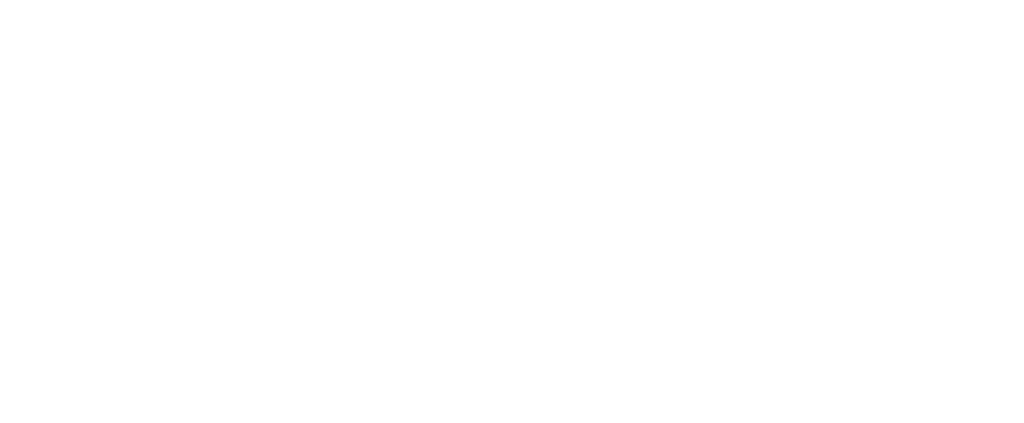
<source format=kicad_pcb>
(kicad_pcb
	(version 20240108)
	(generator "pcbnew")
	(generator_version "8.0")
	(general
		(thickness 1.6063)
		(legacy_teardrops no)
	)
	(paper "A4")
	(layers
		(0 "F.Cu" signal)
		(1 "In1.Cu" signal)
		(2 "In2.Cu" signal)
		(31 "B.Cu" signal)
		(32 "B.Adhes" user "B.Adhesive")
		(33 "F.Adhes" user "F.Adhesive")
		(34 "B.Paste" user)
		(35 "F.Paste" user)
		(36 "B.SilkS" user "B.Silkscreen")
		(37 "F.SilkS" user "F.Silkscreen")
		(38 "B.Mask" user)
		(39 "F.Mask" user)
		(40 "Dwgs.User" user "User.Drawings")
		(41 "Cmts.User" user "User.Comments")
		(42 "Eco1.User" user "User.Eco1")
		(43 "Eco2.User" user "User.Eco2")
		(44 "Edge.Cuts" user)
		(45 "Margin" user)
		(46 "B.CrtYd" user "B.Courtyard")
		(47 "F.CrtYd" user "F.Courtyard")
		(48 "B.Fab" user)
		(49 "F.Fab" user)
		(50 "User.1" user)
		(51 "User.2" user)
		(52 "User.3" user)
		(53 "User.4" user)
		(54 "User.5" user)
		(55 "User.6" user)
		(56 "User.7" user)
		(57 "User.8" user)
		(58 "User.9" user)
	)
	(setup
		(stackup
			(layer "F.SilkS"
				(type "Top Silk Screen")
				(color "White")
			)
			(layer "F.Paste"
				(type "Top Solder Paste")
			)
			(layer "F.Mask"
				(type "Top Solder Mask")
				(color "Green")
				(thickness 0.01)
			)
			(layer "F.Cu"
				(type "copper")
				(thickness 0.035)
			)
			(layer "dielectric 1"
				(type "prepreg")
				(thickness 0.2104)
				(material "Prepreg 7628")
				(epsilon_r 4.4)
				(loss_tangent 0.02)
			)
			(layer "In1.Cu"
				(type "copper")
				(thickness 0.01525)
			)
			(layer "dielectric 2"
				(type "core")
				(thickness 1.065)
				(material "FR4")
				(epsilon_r 3.99)
				(loss_tangent 0.02)
			)
			(layer "In2.Cu"
				(type "copper")
				(thickness 0.01525)
			)
			(layer "dielectric 3"
				(type "prepreg")
				(thickness 0.2104)
				(material "Prepreg 7628")
				(epsilon_r 4.4)
				(loss_tangent 0.02)
			)
			(layer "B.Cu"
				(type "copper")
				(thickness 0.035)
			)
			(layer "B.Mask"
				(type "Bottom Solder Mask")
				(color "Green")
				(thickness 0.01)
			)
			(layer "B.Paste"
				(type "Bottom Solder Paste")
			)
			(layer "B.SilkS"
				(type "Bottom Silk Screen")
				(color "White")
			)
			(copper_finish "Immersion gold")
			(dielectric_constraints yes)
		)
		(pad_to_mask_clearance 0)
		(allow_soldermask_bridges_in_footprints no)
		(pcbplotparams
			(layerselection 0x00010fc_ffffffff)
			(plot_on_all_layers_selection 0x0000000_00000000)
			(disableapertmacros no)
			(usegerberextensions no)
			(usegerberattributes yes)
			(usegerberadvancedattributes yes)
			(creategerberjobfile yes)
			(dashed_line_dash_ratio 12.000000)
			(dashed_line_gap_ratio 3.000000)
			(svgprecision 4)
			(plotframeref no)
			(viasonmask no)
			(mode 1)
			(useauxorigin no)
			(hpglpennumber 1)
			(hpglpenspeed 20)
			(hpglpendiameter 15.000000)
			(pdf_front_fp_property_popups yes)
			(pdf_back_fp_property_popups yes)
			(dxfpolygonmode yes)
			(dxfimperialunits yes)
			(dxfusepcbnewfont yes)
			(psnegative no)
			(psa4output no)
			(plotreference yes)
			(plotvalue yes)
			(plotfptext yes)
			(plotinvisibletext no)
			(sketchpadsonfab no)
			(subtractmaskfromsilk no)
			(outputformat 1)
			(mirror no)
			(drillshape 1)
			(scaleselection 1)
			(outputdirectory "")
		)
	)
	(net 0 "")
	(gr_line
		(start 52.557142 12.1)
		(end 52.557142 63.286)
		(stroke
			(width 0.1)
			(type default)
		)
		(layer "Dwgs.User")
		(uuid "00260cfc-5663-49b2-97d7-333616ac8f9f")
	)
	(gr_line
		(start 69.557139 12.1)
		(end 69.557139 63.286)
		(stroke
			(width 0.1)
			(type default)
		)
		(layer "Dwgs.User")
		(uuid "03690bca-d252-4ed0-997b-e2e90e4665db")
	)
	(gr_line
		(start 12.1 52.468)
		(end 135.928571 52.468)
		(stroke
			(width 0.1)
			(type default)
		)
		(layer "Dwgs.User")
		(uuid "15fc387d-76c1-436f-b8a8-004a9ef0c3cb")
	)
	(gr_line
		(start 27.485714 12.1)
		(end 27.485714 63.286)
		(stroke
			(width 0.1)
			(type default)
		)
		(layer "Dwgs.User")
		(uuid "269038bc-508e-4337-b11f-5e6e0eab2b5f")
	)
	(gr_line
		(start 106.085712 12.1)
		(end 106.085712 63.286)
		(stroke
			(width 0.1)
			(type default)
		)
		(layer "Dwgs.User")
		(uuid "36cc6151-cdf3-453c-8569-c867dd200c6a")
	)
	(gr_line
		(start 12.1 63.286)
		(end 135.928571 63.286)
		(stroke
			(width 0.1)
			(type default)
		)
		(layer "Dwgs.User")
		(uuid "3bf0bc63-7094-4a22-a23c-e092dbfec5e2")
	)
	(gr_line
		(start 118.971427 12.1)
		(end 118.971427 63.286)
		(stroke
			(width 0.1)
			(type default)
		)
		(layer "Dwgs.User")
		(uuid "493820dc-9140-435d-9602-a94d0e9485aa")
	)
	(gr_line
		(start 12.1 45.256)
		(end 135.928571 45.256)
		(stroke
			(width 0.1)
			(type default)
		)
		(layer "Dwgs.User")
		(uuid "5088ad45-7191-4206-8b93-22061729e02e")
	)
	(gr_line
		(start 12.1 27.226)
		(end 135.928571 27.226)
		(stroke
			(width 0.1)
			(type default)
		)
		(layer "Dwgs.User")
		(uuid "542366c6-ee2b-47d1-a495-893d11f1abf9")
	)
	(gr_line
		(start 12.1 41.65)
		(end 135.928571 41.65)
		(stroke
			(width 0.1)
			(type default)
		)
		(layer "Dwgs.User")
		(uuid "5bab743e-cb35-4595-b5ea-b34e0d8888c6")
	)
	(gr_line
		(start 12.1 12.1)
		(end 12.1 63.286)
		(stroke
			(width 0.1)
			(type default)
		)
		(layer "Dwgs.User")
		(uuid "7076664c-c4be-44b8-a144-665a0301c047")
	)
	(gr_line
		(start 12.1 20.014)
		(end 135.928571 20.014)
		(stroke
			(width 0.1)
			(type default)
		)
		(layer "Dwgs.User")
		(uuid "8333607c-f2b4-46ac-b047-223b35237e0c")
	)
	(gr_line
		(start 12.1 48.862)
		(end 135.928571 48.862)
		(stroke
			(width 0.1)
			(type default)
		)
		(layer "Dwgs.User")
		(uuid "85907fb2-b208-4741-8a5a-a8855313b4f3")
	)
	(gr_line
		(start 12.1 34.438)
		(end 135.928571 34.438)
		(stroke
			(width 0.1)
			(type default)
		)
		(layer "Dwgs.User")
		(uuid "9358e590-789c-4159-a722-b44f61b76b06")
	)
	(gr_line
		(start 12.1 38.044)
		(end 135.928571 38.044)
		(stroke
			(width 0.1)
			(type default)
		)
		(layer "Dwgs.User")
		(uuid "9afcb1c7-85f2-43aa-9a60-2734e655622d")
	)
	(gr_line
		(start 12.1 23.62)
		(end 135.928571 23.62)
		(stroke
			(width 0.1)
			(type default)
		)
		(layer "Dwgs.User")
		(uuid "a62e6e09-3a6d-49a0-8fd5-c17b976c0591")
	)
	(gr_line
		(start 12.1 16.408)
		(end 135.928571 16.408)
		(stroke
			(width 0.1)
			(type default)
		)
		(layer "Dwgs.User")
		(uuid "a93db14c-c2ae-4901-a6eb-63058d7850e6")
	)
	(gr_line
		(start 12.1 59.68)
		(end 135.928571 59.68)
		(stroke
			(width 0.1)
			(type default)
		)
		(layer "Dwgs.User")
		(uuid "b027786d-d843-45c8-9cbe-f19f93215df9")
	)
	(gr_line
		(start 12.1 30.832)
		(end 135.928571 30.832)
		(stroke
			(width 0.1)
			(type default)
		)
		(layer "Dwgs.User")
		(uuid "bd50c0d0-af4f-4ed0-aa08-c1340cf15b2a")
	)
	(gr_line
		(start 135.928571 12.1)
		(end 135.928571 63.286)
		(stroke
			(width 0.1)
			(type default)
		)
		(layer "Dwgs.User")
		(uuid "c0646e07-64ce-452f-afc3-f0c348d08190")
	)
	(gr_line
		(start 12.1 12.1)
		(end 135.928571 12.1)
		(stroke
			(width 0.1)
			(type default)
		)
		(layer "Dwgs.User")
		(uuid "d17f79b0-8806-4e70-af32-61757325937d")
	)
	(gr_line
		(start 89.585711 12.1)
		(end 89.585711 63.286)
		(stroke
			(width 0.1)
			(type default)
		)
		(layer "Dwgs.User")
		(uuid "e5bce656-7bf2-4ef3-acb7-026a7ceab44f")
	)
	(gr_line
		(start 12.1 56.074)
		(end 135.928571 56.074)
		(stroke
			(width 0.1)
			(type default)
		)
		(layer "Dwgs.User")
		(uuid "f6ebffcf-650d-43b7-8b96-7ea5771e8d07")
	)
	(gr_text "Bottom Solder Mask"
		(at 28.235714 53.218 0)
		(layer "Dwgs.User")
		(uuid "051c5b5b-7063-4014-b986-6118332b897e")
		(effects
			(font
				(size 1.5 1.5)
				(thickness 0.1)
			)
			(justify left top)
		)
	)
	(gr_text "Dielectric"
		(at 12.85 31.582 0)
		(layer "Dwgs.User")
		(uuid "05542f6e-693a-427f-b979-199cb0263e51")
		(effects
			(font
				(size 1.5 1.5)
				(thickness 0.1)
			)
			(justify left top)
		)
	)
	(gr_text "copper"
		(at 28.235714 49.612 0)
		(layer "Dwgs.User")
		(uuid "070a213c-dc30-4b3b-afca-1900e37ff9c1")
		(effects
			(font
				(size 1.5 1.5)
				(thickness 0.1)
			)
			(justify left top)
		)
	)
	(gr_text "0"
		(at 119.721427 56.824 0)
		(layer "Dwgs.User")
		(uuid "0afa8080-61c5-436f-8e85-bc927ada1a47")
		(effects
			(font
				(size 1.5 1.5)
				(thickness 0.1)
			)
			(justify left top)
		)
	)
	(gr_text "Bottom Silk Screen"
		(at 28.235714 60.43 0)
		(layer "Dwgs.User")
		(uuid "0ba3fc66-61ac-4827-a520-5a243a8378c0")
		(effects
			(font
				(size 1.5 1.5)
				(thickness 0.1)
			)
			(justify left top)
		)
	)
	(gr_text ""
		(at 53.307142 27.976 0)
		(layer "Dwgs.User")
		(uuid "0bdd0df1-1e72-493d-beff-7bf902055060")
		(effects
			(font
				(size 1.5 1.5)
				(thickness 0.1)
			)
			(justify left top)
		)
	)
	(gr_text "Top Solder Paste"
		(at 28.235714 20.764 0)
		(layer "Dwgs.User")
		(uuid "0c882979-f07a-49dc-b10b-e02085f5d0c1")
		(effects
			(font
				(size 1.5 1.5)
				(thickness 0.1)
			)
			(justify left top)
		)
	)
	(gr_text "Dielectric"
		(at 12.85 46.006 0)
		(layer "Dwgs.User")
		(uuid "11eb37b9-24ef-4aa9-93f6-d9181f8f56f5")
		(effects
			(font
				(size 1.5 1.5)
				(thickness 0.1)
			)
			(justify left top)
		)
	)
	(gr_text "Layer Name"
		(at 12.85 12.85 0)
		(layer "Dwgs.User")
		(uuid "13628b43-8afb-4704-a9cd-2dde4e1d6214")
		(effects
			(font
				(size 1.5 1.5)
				(thickness 0.3)
			)
			(justify left top)
		)
	)
	(gr_text ""
		(at 90.335711 42.4 0)
		(layer "Dwgs.User")
		(uuid "1597f848-178f-411c-b949-b0a16231d1a5")
		(effects
			(font
				(size 1.5 1.5)
				(thickness 0.1)
			)
			(justify left top)
		)
	)
	(gr_text "F.Mask"
		(at 12.85 24.37 0)
		(layer "Dwgs.User")
		(uuid "18844085-1c25-49fa-9885-ed09584986f4")
		(effects
			(font
				(size 1.5 1.5)
				(thickness 0.1)
			)
			(justify left top)
		)
	)
	(gr_text "4.4"
		(at 106.835712 31.582 0)
		(layer "Dwgs.User")
		(uuid "1c40b353-d24d-4693-8d84-b3bfd632ea11")
		(effects
			(font
				(size 1.5 1.5)
				(thickness 0.1)
			)
			(justify left top)
		)
	)
	(gr_text ""
		(at 90.335711 20.764 0)
		(layer "Dwgs.User")
		(uuid "2611cfdb-0f69-444b-83bf-8f7192088883")
		(effects
			(font
				(size 1.5 1.5)
				(thickness 0.1)
			)
			(justify left top)
		)
	)
	(gr_text "Not specified"
		(at 53.307142 17.158 0)
		(layer "Dwgs.User")
		(uuid "27726b57-807f-4978-8766-43a247ae2ae0")
		(effects
			(font
				(size 1.5 1.5)
				(thickness 0.1)
			)
			(justify left top)
		)
	)
	(gr_text "Green"
		(at 90.335711 24.37 0)
		(layer "Dwgs.User")
		(uuid "2924da82-ec9c-4555-81e0-1d37c8aff757")
		(effects
			(font
				(size 1.5 1.5)
				(thickness 0.1)
			)
			(justify left top)
		)
	)
	(gr_text "Top Solder Mask"
		(at 28.235714 24.37 0)
		(layer "Dwgs.User")
		(uuid "29f03388-1db8-47a6-b6af-9f00657032e9")
		(effects
			(font
				(size 1.5 1.5)
				(thickness 0.1)
			)
			(justify left top)
		)
	)
	(gr_text "1"
		(at 106.835712 27.976 0)
		(layer "Dwgs.User")
		(uuid "2f91af67-d3a3-4cd3-9207-629efa927205")
		(effects
			(font
				(size 1.5 1.5)
				(thickness 0.1)
			)
			(justify left top)
		)
	)
	(gr_text "0"
		(at 119.721427 24.37 0)
		(layer "Dwgs.User")
		(uuid "2fc1b9d2-9435-4bc8-8224-ea410b1a72a8")
		(effects
			(font
				(size 1.5 1.5)
				(thickness 0.1)
			)
			(justify left top)
		)
	)
	(gr_text "0 mm"
		(at 70.307139 60.43 0)
		(layer "Dwgs.User")
		(uuid "30a15e80-6334-4069-88c4-7fb372f217cb")
		(effects
			(font
				(size 1.5 1.5)
				(thickness 0.1)
			)
			(justify left top)
		)
	)
	(gr_text "Material"
		(at 53.307142 12.85 0)
		(layer "Dwgs.User")
		(uuid "375a9105-9647-46da-beec-6a900d32791a")
		(effects
			(font
				(size 1.5 1.5)
				(thickness 0.3)
			)
			(justify left top)
		)
	)
	(gr_text "0.035 mm"
		(at 70.307139 49.612 0)
		(layer "Dwgs.User")
		(uuid "381f4603-7350-4f44-a661-ec8cf2da9be3")
		(effects
			(font
				(size 1.5 1.5)
				(thickness 0.1)
			)
			(justify left top)
		)
	)
	(gr_text "0"
		(at 119.721427 35.188 0)
		(layer "Dwgs.User")
		(uuid "3d204466-41fa-4f22-ac57-6a2ca1d34c6e")
		(effects
			(font
				(size 1.5 1.5)
				(thickness 0.1)
			)
			(justify left top)
		)
	)
	(gr_text ""
		(at 90.335711 49.612 0)
		(layer "Dwgs.User")
		(uuid "3d57557b-12d4-4fcc-9da5-70ad2e691849")
		(effects
			(font
				(size 1.5 1.5)
				(thickness 0.1)
			)
			(justify left top)
		)
	)
	(gr_text "Not specified"
		(at 53.307142 53.218 0)
		(layer "Dwgs.User")
		(uuid "3e76b351-36a8-4923-9b32-a050653c3618")
		(effects
			(font
				(size 1.5 1.5)
				(thickness 0.1)
			)
			(justify left top)
		)
	)
	(gr_text "White"
		(at 90.335711 17.158 0)
		(layer "Dwgs.User")
		(uuid "40cc03e7-f28f-43d7-9874-41f753adf9d4")
		(effects
			(font
				(size 1.5 1.5)
				(thickness 0.1)
			)
			(justify left top)
		)
	)
	(gr_text "F.Cu"
		(at 12.85 27.976 0)
		(layer "Dwgs.User")
		(uuid "427472b9-cd93-4092-b9c3-b9f67cd8f19f")
		(effects
			(font
				(size 1.5 1.5)
				(thickness 0.1)
			)
			(justify left top)
		)
	)
	(gr_text "0.2104 mm"
		(at 70.307139 46.006 0)
		(layer "Dwgs.User")
		(uuid "42c2de12-2dc0-4be3-8aec-dd8ab86e3e10")
		(effects
			(font
				(size 1.5 1.5)
				(thickness 0.1)
			)
			(justify left top)
		)
	)
	(gr_text "core"
		(at 28.235714 38.794 0)
		(layer "Dwgs.User")
		(uuid "4571e560-4a8c-418a-8011-a5c7d4736330")
		(effects
			(font
				(size 1.5 1.5)
				(thickness 0.1)
			)
			(justify left top)
		)
	)
	(gr_text "0.2104 mm"
		(at 70.307139 31.582 0)
		(layer "Dwgs.User")
		(uuid "49d253d2-1dac-4cf5-9deb-96182779c8df")
		(effects
			(font
				(size 1.5 1.5)
				(thickness 0.1)
			)
			(justify left top)
		)
	)
	(gr_text "White"
		(at 90.335711 60.43 0)
		(layer "Dwgs.User")
		(uuid "4cb818ce-277a-4cdc-a109-4e1ad4c2cf49")
		(effects
			(font
				(size 1.5 1.5)
				(thickness 0.1)
			)
			(justify left top)
		)
	)
	(gr_text "Not specified"
		(at 90.335711 38.794 0)
		(layer "Dwgs.User")
		(uuid "4e86b051-e22b-48b9-b24f-33070f9bbbf0")
		(effects
			(font
				(size 1.5 1.5)
				(thickness 0.1)
			)
			(justify left top)
		)
	)
	(gr_text "3.3"
		(at 106.835712 24.37 0)
		(layer "Dwgs.User")
		(uuid "5006ebfe-5007-43c3-8971-7ec8af878054")
		(effects
			(font
				(size 1.5 1.5)
				(thickness 0.1)
			)
			(justify left top)
		)
	)
	(gr_text "0"
		(at 119.721427 42.4 0)
		(layer "Dwgs.User")
		(uuid "51c9b9f1-6213-41a2-a9d1-713040c1c7f8")
		(effects
			(font
				(size 1.5 1.5)
				(thickness 0.1)
			)
			(justify left top)
		)
	)
	(gr_text "0"
		(at 119.721427 60.43 0)
		(layer "Dwgs.User")
		(uuid "52f6f27d-8c5c-4ded-9d19-8ec14583828a")
		(effects
			(font
				(size 1.5 1.5)
				(thickness 0.1)
			)
			(justify left top)
		)
	)
	(gr_text "prepreg"
		(at 28.235714 31.582 0)
		(layer "Dwgs.User")
		(uuid "54575249-f49f-4ee3-85a4-cd85ff2d5dd0")
		(effects
			(font
				(size 1.5 1.5)
				(thickness 0.1)
			)
			(justify left top)
		)
	)
	(gr_text ""
		(at 53.307142 49.612 0)
		(layer "Dwgs.User")
		(uuid "563ed97c-9c0b-4cde-a62c-210777471735")
		(effects
			(font
				(size 1.5 1.5)
				(thickness 0.1)
			)
			(justify left top)
		)
	)
	(gr_text "4.4"
		(at 106.835712 46.006 0)
		(layer "Dwgs.User")
		(uuid "565ff6c6-d113-4b8b-b9f2-a8f34642c6d6")
		(effects
			(font
				(size 1.5 1.5)
				(thickness 0.1)
			)
			(justify left top)
		)
	)
	(gr_text "1"
		(at 106.835712 20.764 0)
		(layer "Dwgs.User")
		(uuid "629e3524-b67f-4c95-89f5-6140fd6bf324")
		(effects
			(font
				(size 1.5 1.5)
				(thickness 0.1)
			)
			(justify left top)
		)
	)
	(gr_text "1"
		(at 106.835712 35.188 0)
		(layer "Dwgs.User")
		(uuid "64cfb0c1-44db-4e8c-a6a8-6e5d345f388e")
		(effects
			(font
				(size 1.5 1.5)
				(thickness 0.1)
			)
			(justify left top)
		)
	)
	(gr_text "Not specified"
		(at 53.307142 60.43 0)
		(layer "Dwgs.User")
		(uuid "66d83fc7-1f87-423e-a12d-52f362b3120e")
		(effects
			(font
				(size 1.5 1.5)
				(thickness 0.1)
			)
			(justify left top)
		)
	)
	(gr_text ""
		(at 90.335711 35.188 0)
		(layer "Dwgs.User")
		(uuid "674a44c2-74ee-4bcf-8271-4072fa10e748")
		(effects
			(font
				(size 1.5 1.5)
				(thickness 0.1)
			)
			(justify left top)
		)
	)
	(gr_text "0.02"
		(at 119.721427 38.794 0)
		(layer "Dwgs.User")
		(uuid "6dc20a07-f4ed-4be4-94c9-efccd28f7248")
		(effects
			(font
				(size 1.5 1.5)
				(thickness 0.1)
			)
			(justify left top)
		)
	)
	(gr_text "Dielectric"
		(at 12.85 38.794 0)
		(layer "Dwgs.User")
		(uuid "703b0880-62f7-4e6e-9d3d-20fbefd910d7")
		(effects
			(font
				(size 1.5 1.5)
				(thickness 0.1)
			)
			(justify left top)
		)
	)
	(gr_text "0"
		(at 119.721427 17.158 0)
		(layer "Dwgs.User")
		(uuid "745fe256-c5c0-41eb-aca4-e1c95814c9c0")
		(effects
			(font
				(size 1.5 1.5)
				(thickness 0.1)
			)
			(justify left top)
		)
	)
	(gr_text "1"
		(at 106.835712 56.824 0)
		(layer "Dwgs.User")
		(uuid "760ce5e1-69cf-4025-8454-efdae5795929")
		(effects
			(font
				(size 1.5 1.5)
				(thickness 0.1)
			)
			(justify left top)
		)
	)
	(gr_text "prepreg"
		(at 28.235714 46.006 0)
		(layer "Dwgs.User")
		(uuid "7bbd1efb-afb2-42bc-9201-e2c2404dc7c7")
		(effects
			(font
				(size 1.5 1.5)
				(thickness 0.1)
			)
			(justify left top)
		)
	)
	(gr_text "Not specified"
		(at 90.335711 31.582 0)
		(layer "Dwgs.User")
		(uuid "7c6c4280-a823-41bb-9862-df69bfb5db57")
		(effects
			(font
				(size 1.5 1.5)
				(thickness 0.1)
			)
			(justify left top)
		)
	)
	(gr_text "B.Mask"
		(at 12.85 53.218 0)
		(layer "Dwgs.User")
		(uuid "7d0f239d-b6b5-4924-ba09-5408fd46e710")
		(effects
			(font
				(size 1.5 1.5)
				(thickness 0.1)
			)
			(justify left top)
		)
	)
	(gr_text "F.Silkscreen"
		(at 12.85 17.158 0)
		(layer "Dwgs.User")
		(uuid "7d496b77-db36-4d5f-8a57-6c9f4099c6f1")
		(effects
			(font
				(size 1.5 1.5)
				(thickness 0.1)
			)
			(justify left top)
		)
	)
	(gr_text "3.3"
		(at 106.835712 53.218 0)
		(layer "Dwgs.User")
		(uuid "7f3e511d-9829-4184-862f-7ea8eeb613bc")
		(effects
			(font
				(size 1.5 1.5)
				(thickness 0.1)
			)
			(justify left top)
		)
	)
	(gr_text "0 mm"
		(at 70.307139 17.158 0)
		(layer "Dwgs.User")
		(uuid "831642a9-3ef5-4dc1-9b1e-bb41b6ed0e3e")
		(effects
			(font
				(size 1.5 1.5)
				(thickness 0.1)
			)
			(justify left top)
		)
	)
	(gr_text "0.02"
		(at 119.721427 46.006 0)
		(layer "Dwgs.User")
		(uuid "8317812d-7ce1-4cb6-b976-86c9c160208c")
		(effects
			(font
				(size 1.5 1.5)
				(thickness 0.1)
			)
			(justify left top)
		)
	)
	(gr_text "1"
		(at 106.835712 42.4 0)
		(layer "Dwgs.User")
		(uuid "87f50728-15f5-40ee-8afc-eca049e6af96")
		(effects
			(font
				(size 1.5 1.5)
				(thickness 0.1)
			)
			(justify left top)
		)
	)
	(gr_text ""
		(at 53.307142 35.188 0)
		(layer "Dwgs.User")
		(uuid "94166e4e-84af-4ed1-aab8-7f2e45f1effc")
		(effects
			(font
				(size 1.5 1.5)
				(thickness 0.1)
			)
			(justify left top)
		)
	)
	(gr_text "0.01525 mm"
		(at 70.307139 42.4 0)
		(layer "Dwgs.User")
		(uuid "9469cc23-3cb0-4b7c-9e30-d4b9231f678e")
		(effects
			(font
				(size 1.5 1.5)
				(thickness 0.1)
			)
			(justify left top)
		)
	)
	(gr_text "1.065 mm"
		(at 70.307139 38.794 0)
		(layer "Dwgs.User")
		(uuid "9d29ffe9-d5cc-49ad-aee1-08dc28d50e8e")
		(effects
			(font
				(size 1.5 1.5)
				(thickness 0.1)
			)
			(justify left top)
		)
	)
	(gr_text "B.Cu"
		(at 12.85 49.612 0)
		(layer "Dwgs.User")
		(uuid "a393a0f7-1916-4a0b-86b7-1ee67b3d23d2")
		(effects
			(font
				(size 1.5 1.5)
				(thickness 0.1)
			)
			(justify left top)
		)
	)
	(gr_text "B.Silkscreen"
		(at 12.85 60.43 0)
		(layer "Dwgs.User")
		(uuid "a541fcf7-c3c3-419c-a712-13267cf673d7")
		(effects
			(font
				(size 1.5 1.5)
				(thickness 0.1)
			)
			(justify left top)
		)
	)
	(gr_text "Green"
		(at 90.335711 53.218 0)
		(layer "Dwgs.User")
		(uuid "a676406c-97eb-4463-819e-ce5a80c55270")
		(effects
			(font
				(size 1.5 1.5)
				(thickness 0.1)
			)
			(justify left top)
		)
	)
	(gr_text "0"
		(at 119.721427 20.764 0)
		(layer "Dwgs.User")
		(uuid "a73d9c8f-1a71-45be-a9ef-bd8c545d1a7d")
		(effects
			(font
				(size 1.5 1.5)
				(thickness 0.1)
			)
			(justify left top)
		)
	)
	(gr_text "Loss Tangent"
		(at 119.721427 12.85 0)
		(layer "Dwgs.User")
		(uuid "aca1547b-08c0-4d89-bbf9-ec53e715ec33")
		(effects
			(font
				(size 1.5 1.5)
				(thickness 0.3)
			)
			(justify left top)
		)
	)
	(gr_text ""
		(at 90.335711 56.824 0)
		(layer "Dwgs.User")
		(uuid "ad3a9e65-03d3-49ac-8f70-162a98ffd30d")
		(effects
			(font
				(size 1.5 1.5)
				(thickness 0.1)
			)
			(justify left top)
		)
	)
	(gr_text "B.Paste"
		(at 12.85 56.824 0)
		(layer "Dwgs.User")
		(uuid "ae94ab3b-c644-41ad-a6a4-1b64d9677f95")
		(effects
			(font
				(size 1.5 1.5)
				(thickness 0.1)
			)
			(justify left top)
		)
	)
	(gr_text "0.035 mm"
		(at 70.307139 27.976 0)
		(layer "Dwgs.User")
		(uuid "b0058e5b-1c51-4048-b0f5-ddbc8d13fa30")
		(effects
			(font
				(size 1.5 1.5)
				(thickness 0.1)
			)
			(justify left top)
		)
	)
	(gr_text "Bottom Solder Paste"
		(at 28.235714 56.824 0)
		(layer "Dwgs.User")
		(uuid "b0d5f2e4-342e-4cea-a230-8bdd2a752ed6")
		(effects
			(font
				(size 1.5 1.5)
				(thickness 0.1)
			)
			(justify left top)
		)
	)
	(gr_text "0"
		(at 119.721427 27.976 0)
		(layer "Dwgs.User")
		(uuid "b295bd59-b472-4061-b7f0-24d7c3e9cba5")
		(effects
			(font
				(size 1.5 1.5)
				(thickness 0.1)
			)
			(justify left top)
		)
	)
	(gr_text "0.02"
		(at 119.721427 31.582 0)
		(layer "Dwgs.User")
		(uuid "b44b4765-ef5b-401a-b409-dfe5321a38d5")
		(effects
			(font
				(size 1.5 1.5)
				(thickness 0.1)
			)
			(justify left top)
		)
	)
	(gr_text "0 mm"
		(at 70.307139 56.824 0)
		(layer "Dwgs.User")
		(uuid "b4f49a71-ee79-41e4-a1d0-bb90c8f96f7b")
		(effects
			(font
				(size 1.5 1.5)
				(thickness 0.1)
			)
			(justify left top)
		)
	)
	(gr_text "1"
		(at 106.835712 17.158 0)
		(layer "Dwgs.User")
		(uuid "b5c6063c-1948-4cff-802c-96fa7822d7f7")
		(effects
			(font
				(size 1.5 1.5)
				(thickness 0.1)
			)
			(justify left top)
		)
	)
	(gr_text "1"
		(at 106.835712 49.612 0)
		(layer "Dwgs.User")
		(uuid "b7bb2fd1-5f24-4566-a534-da34a0581795")
		(effects
			(font
				(size 1.5 1.5)
				(thickness 0.1)
			)
			(justify left top)
		)
	)
	(gr_text "0.01525 mm"
		(at 70.307139 35.188 0)
		(layer "Dwgs.User")
		(uuid "b8d5cf0d-3df3-476c-a4ad-486f39bc969b")
		(effects
			(font
				(size 1.5 1.5)
				(thickness 0.1)
			)
			(justify left top)
		)
	)
	(gr_text "Prepreg 7628"
		(at 53.307142 46.006 0)
		(layer "Dwgs.User")
		(uuid "c1e54d4c-b8a7-4b71-829f-28f68f144f3b")
		(effects
			(font
				(size 1.5 1.5)
				(thickness 0.1)
			)
			(justify left top)
		)
	)
	(gr_text "1"
		(at 106.835712 60.43 0)
		(layer "Dwgs.User")
		(uuid "c245d2e0-00a4-4251-acaa-9705ab80b37c")
		(effects
			(font
				(size 1.5 1.5)
				(thickness 0.1)
			)
			(justify left top)
		)
	)
	(gr_text "FR4"
		(at 53.307142 38.794 0)
		(layer "Dwgs.User")
		(uuid "c45a5014-8a06-49c4-b1e6-b06527dfa2d2")
		(effects
			(font
				(size 1.5 1.5)
				(thickness 0.1)
			)
			(justify left top)
		)
	)
	(gr_text "0.01 mm"
		(at 70.307139 24.37 0)
		(layer "Dwgs.User")
		(uuid "c668c4ea-7e39-446c-80c2-1f4aef22d955")
		(effects
			(font
				(size 1.5 1.5)
				(thickness 0.1)
			)
			(justify left top)
		)
	)
	(gr_text "In1.Cu"
		(at 12.85 35.188 0)
		(layer "Dwgs.User")
		(uuid "cd507ead-5910-4bdf-aeb6-3c7f097efa58")
		(effects
			(font
				(size 1.5 1.5)
				(thickness 0.1)
			)
			(justify left top)
		)
	)
	(gr_text "copper"
		(at 28.235714 35.188 0)
		(layer "Dwgs.User")
		(uuid "d061d1c5-da71-4ae6-9128-605301d5e07e")
		(effects
			(font
				(size 1.5 1.5)
				(thickness 0.1)
			)
			(justify left top)
		)
	)
	(gr_text "Prepreg 7628"
		(at 53.307142 31.582 0)
		(layer "Dwgs.User")
		(uuid "d65324ea-f858-4597-a248-6a96e66690e6")
		(effects
			(font
				(size 1.5 1.5)
				(thickness 0.1)
			)
			(justify left top)
		)
	)
	(gr_text "0"
		(at 119.721427 53.218 0)
		(layer "Dwgs.User")
		(uuid "db4e0400-951a-4412-9a41-432b0e71cf3b")
		(effects
			(font
				(size 1.5 1.5)
				(thickness 0.1)
			)
			(justify left top)
		)
	)
	(gr_text "Color"
		(at 90.335711 12.85 0)
		(layer "Dwgs.User")
		(uuid "dd972683-4cef-45d9-a2b3-092b9551c717")
		(effects
			(font
				(size 1.5 1.5)
				(thickness 0.3)
			)
			(justify left top)
		)
	)
	(gr_text "Top Silk Screen"
		(at 28.235714 17.158 0)
		(layer "Dwgs.User")
		(uuid "defdee61-c0cc-4bbb-99eb-4fa56c3b112a")
		(effects
			(font
				(size 1.5 1.5)
				(thickness 0.1)
			)
			(justify left top)
		)
	)
	(gr_text ""
		(at 53.307142 20.764 0)
		(layer "Dwgs.User")
		(uuid "e2cc724a-c15a-48e1-afca-7535a7d7bcd7")
		(effects
			(font
				(size 1.5 1.5)
				(thickness 0.1)
			)
			(justify left top)
		)
	)
	(gr_text "Type"
		(at 28.235714 12.85 0)
		(layer "Dwgs.User")
		(uuid "e518b8c3-8749-4d62-980d-7926757fcf4c")
		(effects
			(font
				(size 1.5 1.5)
				(thickness 0.3)
			)
			(justify left top)
		)
	)
	(gr_text "copper"
		(at 28.235714 42.4 0)
		(layer "Dwgs.User")
		(uuid "e526d324-6ea0-432f-a6de-2b873089c1bc")
		(effects
			(font
				(size 1.5 1.5)
				(thickness 0.1)
			)
			(justify left top)
		)
	)
	(gr_text "Thickness (mm)"
		(at 70.307139 12.85 0)
		(layer "Dwgs.User")
		(uuid "e5efd23b-386e-4ba5-b4b8-d5eab908cdd8")
		(effects
			(font
				(size 1.5 1.5)
				(thickness 0.3)
			)
			(justify left top)
		)
	)
	(gr_text "0 mm"
		(at 70.307139 20.764 0)
		(layer "Dwgs.User")
		(uuid "e6a49879-c681-49e7-b3ac-a980bd09a221")
		(effects
			(font
				(size 1.5 1.5)
				(thickness 0.1)
			)
			(justify left top)
		)
	)
	(gr_text "3.99"
		(at 106.835712 38.794 0)
		(layer "Dwgs.User")
		(uuid "e7db460b-83d9-46f6-b884-f0b1b1998b11")
		(effects
			(font
				(size 1.5 1.5)
				(thickness 0.1)
			)
			(justify left top)
		)
	)
	(gr_text "In2.Cu"
		(at 12.85 42.4 0)
		(layer "Dwgs.User")
		(uuid "e81ca783-c1ed-4b0f-8d4f-c8e49f55dc0b")
		(effects
			(font
				(size 1.5 1.5)
				(thickness 0.1)
			)
			(justify left top)
		)
	)
	(gr_text "copper"
		(at 28.235714 27.976 0)
		(layer "Dwgs.User")
		(uuid "ed231060-4719-486f-9b31-36aa207706a7")
		(effects
			(font
				(size 1.5 1.5)
				(thickness 0.1)
			)
			(justify left top)
		)
	)
	(gr_text "Epsilon R"
		(at 106.835712 12.85 0)
		(layer "Dwgs.User")
		(uuid "efaa6f46-aa1f-4b6b-8370-4a9d9354cc9a")
		(effects
			(font
				(size 1.5 1.5)
				(thickness 0.3)
			)
			(justify left top)
		)
	)
	(gr_text "0.01 mm"
		(at 70.307139 53.218 0)
		(layer "Dwgs.User")
		(uuid "f1042423-242c-4ed5-bf60-64fd6043c077")
		(effects
			(font
				(size 1.5 1.5)
				(thickness 0.1)
			)
			(justify left top)
		)
	)
	(gr_text ""
		(at 90.335711 27.976 0)
		(layer "Dwgs.User")
		(uuid "f1819876-7c9d-4f3a-8ffd-cad777fb54f3")
		(effects
			(font
				(size 1.5 1.5)
				(thickness 0.1)
			)
			(justify left top)
		)
	)
	(gr_text "Not specified"
		(at 53.307142 24.37 0)
		(layer "Dwgs.User")
		(uuid "f1fd131b-8feb-4e94-91e8-28190a08c25e")
		(effects
			(font
				(size 1.5 1.5)
				(thickness 0.1)
			)
			(justify left top)
		)
	)
	(gr_text "Not specified"
		(at 90.335711 46.006 0)
		(layer "Dwgs.User")
		(uuid "f2aead4d-676b-4ef6-a22d-805ab91027f5")
		(effects
			(font
				(size 1.5 1.5)
				(thickness 0.1)
			)
			(justify left top)
		)
	)
	(gr_text "F.Paste"
		(at 12.85 20.764 0)
		(layer "Dwgs.User")
		(uuid "f7e9ca33-5a74-4642-ac37-cfb83799a5b7")
		(effects
			(font
				(size 1.5 1.5)
				(thickness 0.1)
			)
			(justify left top)
		)
	)
	(gr_text ""
		(at 53.307142 56.824 0)
		(layer "Dwgs.User")
		(uuid "fb0c3bd6-4283-473f-bbed-77f5aa619542")
		(effects
			(font
				(size 1.5 1.5)
				(thickness 0.1)
			)
			(justify left top)
		)
	)
	(gr_text ""
		(at 53.307142 42.4 0)
		(layer "Dwgs.User")
		(uuid "fcfacf30-5cba-466b-9df6-65dc7407db31")
		(effects
			(font
				(size 1.5 1.5)
				(thickness 0.1)
			)
			(justify left top)
		)
	)
	(gr_text "0"
		(at 119.721427 49.612 0)
		(layer "Dwgs.User")
		(uuid "fd447509-1439-4d92-afbc-e7976afa3b28")
		(effects
			(font
				(size 1.5 1.5)
				(thickness 0.1)
			)
			(justify left top)
		)
	)
	(group "group-boardStackUp"
		(uuid "6490efb5-a11d-4125-8bf3-1409b4e73139")
		(members "00260cfc-5663-49b2-97d7-333616ac8f9f" "03690bca-d252-4ed0-997b-e2e90e4665db"
			"051c5b5b-7063-4014-b986-6118332b897e" "05542f6e-693a-427f-b979-199cb0263e51"
			"070a213c-dc30-4b3b-afca-1900e37ff9c1" "0afa8080-61c5-436f-8e85-bc927ada1a47"
			"0ba3fc66-61ac-4827-a520-5a243a8378c0" "0bdd0df1-1e72-493d-beff-7bf902055060"
			"0c882979-f07a-49dc-b10b-e02085f5d0c1" "11eb37b9-24ef-4aa9-93f6-d9181f8f56f5"
			"13628b43-8afb-4704-a9cd-2dde4e1d6214" "1597f848-178f-411c-b949-b0a16231d1a5"
			"15fc387d-76c1-436f-b8a8-004a9ef0c3cb" "18844085-1c25-49fa-9885-ed09584986f4"
			"1c40b353-d24d-4693-8d84-b3bfd632ea11" "2611cfdb-0f69-444b-83bf-8f7192088883"
			"269038bc-508e-4337-b11f-5e6e0eab2b5f" "27726b57-807f-4978-8766-43a247ae2ae0"
			"2924da82-ec9c-4555-81e0-1d37c8aff757" "29f03388-1db8-47a6-b6af-9f00657032e9"
			"2f91af67-d3a3-4cd3-9207-629efa927205" "2fc1b9d2-9435-4bc8-8224-ea410b1a72a8"
			"30a15e80-6334-4069-88c4-7fb372f217cb" "36cc6151-cdf3-453c-8569-c867dd200c6a"
			"375a9105-9647-46da-beec-6a900d32791a" "381f4603-7350-4f44-a661-ec8cf2da9be3"
			"3bf0bc63-7094-4a22-a23c-e092dbfec5e2" "3d204466-41fa-4f22-ac57-6a2ca1d34c6e"
			"3d57557b-12d4-4fcc-9da5-70ad2e691849" "3e76b351-36a8-4923-9b32-a050653c3618"
			"40cc03e7-f28f-43d7-9874-41f753adf9d4" "427472b9-cd93-4092-b9c3-b9f67cd8f19f"
			"42c2de12-2dc0-4be3-8aec-dd8ab86e3e10" "4571e560-4a8c-418a-8011-a5c7d4736330"
			"493820dc-9140-435d-9602-a94d0e9485aa" "49d253d2-1dac-4cf5-9deb-96182779c8df"
			"4cb818ce-277a-4cdc-a109-4e1ad4c2cf49" "4e86b051-e22b-48b9-b24f-33070f9bbbf0"
			"5006ebfe-5007-43c3-8971-7ec8af878054" "5088ad45-7191-4206-8b93-22061729e02e"
			"51c9b9f1-6213-41a2-a9d1-713040c1c7f8" "52f6f27d-8c5c-4ded-9d19-8ec14583828a"
			"542366c6-ee2b-47d1-a495-893d11f1abf9" "54575249-f49f-4ee3-85a4-cd85ff2d5dd0"
			"563ed97c-9c0b-4cde-a62c-210777471735" "565ff6c6-d113-4b8b-b9f2-a8f34642c6d6"
			"5bab743e-cb35-4595-b5ea-b34e0d8888c6" "629e3524-b67f-4c95-89f5-6140fd6bf324"
			"64cfb0c1-44db-4e8c-a6a8-6e5d345f388e" "66d83fc7-1f87-423e-a12d-52f362b3120e"
			"674a44c2-74ee-4bcf-8271-4072fa10e748" "6dc20a07-f4ed-4be4-94c9-efccd28f7248"
			"703b0880-62f7-4e6e-9d3d-20fbefd910d7" "7076664c-c4be-44b8-a144-665a0301c047"
			"745fe256-c5c0-41eb-aca4-e1c95814c9c0" "760ce5e1-69cf-4025-8454-efdae5795929"
			"7bbd1efb-afb2-42bc-9201-e2c2404dc7c7" "7c6c4280-a823-41bb-9862-df69bfb5db57"
			"7d0f239d-b6b5-4924-ba09-5408fd46e710" "7d496b77-db36-4d5f-8a57-6c9f4099c6f1"
			"7f3e511d-9829-4184-862f-7ea8eeb613bc" "831642a9-3ef5-4dc1-9b1e-bb41b6ed0e3e"
			"8317812d-7ce1-4cb6-b976-86c9c160208c" "8333607c-f2b4-46ac-b047-223b35237e0c"
			"85907fb2-b208-4741-8a5a-a8855313b4f3" "87f50728-15f5-40ee-8afc-eca049e6af96"
			"9358e590-789c-4159-a722-b44f61b76b06" "94166e4e-84af-4ed1-aab8-7f2e45f1effc"
			"9469cc23-3cb0-4b7c-9e30-d4b9231f678e" "9afcb1c7-85f2-43aa-9a60-2734e655622d"
			"9d29ffe9-d5cc-49ad-aee1-08dc28d50e8e" "a393a0f7-1916-4a0b-86b7-1ee67b3d23d2"
			"a541fcf7-c3c3-419c-a712-13267cf673d7" "a62e6e09-3a6d-49a0-8fd5-c17b976c0591"
			"a676406c-97eb-4463-819e-ce5a80c55270" "a73d9c8f-1a71-45be-a9ef-bd8c545d1a7d"
			"a93db14c-c2ae-4901-a6eb-63058d7850e6" "aca1547b-08c0-4d89-bbf9-ec53e715ec33"
			"ad3a9e65-03d3-49ac-8f70-162a98ffd30d" "ae94ab3b-c644-41ad-a6a4-1b64d9677f95"
			"b0058e5b-1c51-4048-b0f5-ddbc8d13fa30" "b027786d-d843-45c8-9cbe-f19f93215df9"
			"b0d5f2e4-342e-4cea-a230-8bdd2a752ed6" "b295bd59-b472-4061-b7f0-24d7c3e9cba5"
			"b44b4765-ef5b-401a-b409-dfe5321a38d5" "b4f49a71-ee79-41e4-a1d0-bb90c8f96f7b"
			"b5c6063c-1948-4cff-802c-96fa7822d7f7" "b7bb2fd1-5f24-4566-a534-da34a0581795"
			"b8d5cf0d-3df3-476c-a4ad-486f39bc969b" "bd50c0d0-af4f-4ed0-aa08-c1340cf15b2a"
			"c0646e07-64ce-452f-afc3-f0c348d08190" "c1e54d4c-b8a7-4b71-829f-28f68f144f3b"
			"c245d2e0-00a4-4251-acaa-9705ab80b37c" "c45a5014-8a06-49c4-b1e6-b06527dfa2d2"
			"c668c4ea-7e39-446c-80c2-1f4aef22d955" "cd507ead-5910-4bdf-aeb6-3c7f097efa58"
			"d061d1c5-da71-4ae6-9128-605301d5e07e" "d17f79b0-8806-4e70-af32-61757325937d"
			"d65324ea-f858-4597-a248-6a96e66690e6" "db4e0400-951a-4412-9a41-432b0e71cf3b"
			"dd972683-4cef-45d9-a2b3-092b9551c717" "defdee61-c0cc-4bbb-99eb-4fa56c3b112a"
			"e2cc724a-c15a-48e1-afca-7535a7d7bcd7" "e518b8c3-8749-4d62-980d-7926757fcf4c"
			"e526d324-6ea0-432f-a6de-2b873089c1bc" "e5bce656-7bf2-4ef3-acb7-026a7ceab44f"
			"e5efd23b-386e-4ba5-b4b8-d5eab908cdd8" "e6a49879-c681-49e7-b3ac-a980bd09a221"
			"e7db460b-83d9-46f6-b884-f0b1b1998b11" "e81ca783-c1ed-4b0f-8d4f-c8e49f55dc0b"
			"ed231060-4719-486f-9b31-36aa207706a7" "efaa6f46-aa1f-4b6b-8370-4a9d9354cc9a"
			"f1042423-242c-4ed5-bf60-64fd6043c077" "f1819876-7c9d-4f3a-8ffd-cad777fb54f3"
			"f1fd131b-8feb-4e94-91e8-28190a08c25e" "f2aead4d-676b-4ef6-a22d-805ab91027f5"
			"f6ebffcf-650d-43b7-8b96-7ea5771e8d07" "f7e9ca33-5a74-4642-ac37-cfb83799a5b7"
			"fb0c3bd6-4283-473f-bbed-77f5aa619542" "fcfacf30-5cba-466b-9df6-65dc7407db31"
			"fd447509-1439-4d92-afbc-e7976afa3b28"
		)
	)
)

</source>
